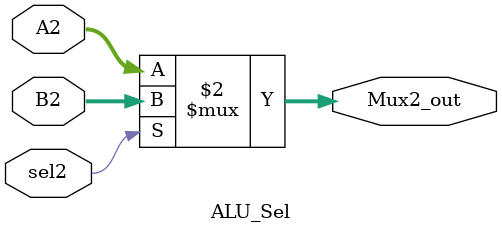
<source format=v>
`timescale 1ns / 1ps


module ALU_Sel(sel2, A2, B2, Mux2_out);
    input sel2;
    input [31:0] A2, B2;
    output [31:0] Mux2_out;

    assign Mux2_out = (sel2 == 1'b0) ? A2 : B2;
endmodule

</source>
